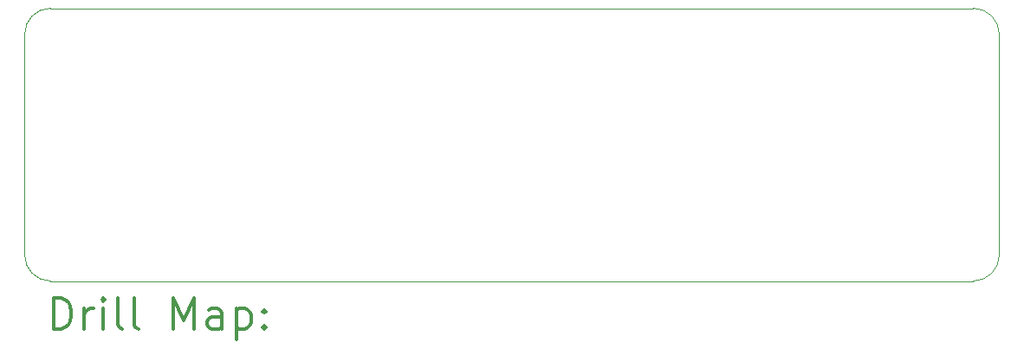
<source format=gbr>
%FSLAX45Y45*%
G04 Gerber Fmt 4.5, Leading zero omitted, Abs format (unit mm)*
G04 Created by KiCad (PCBNEW (5.1.9)-1) date 2021-10-13 12:16:13*
%MOMM*%
%LPD*%
G01*
G04 APERTURE LIST*
%TA.AperFunction,Profile*%
%ADD10C,0.050000*%
%TD*%
%ADD11C,0.200000*%
%ADD12C,0.300000*%
G04 APERTURE END LIST*
D10*
X6921500Y-8318500D02*
G75*
G02*
X6667500Y-8064500I0J254000D01*
G01*
X16192500Y-8064500D02*
G75*
G02*
X15938500Y-8318500I-254000J0D01*
G01*
X15938500Y-5651500D02*
G75*
G02*
X16192500Y-5905500I0J-254000D01*
G01*
X6667500Y-5905500D02*
G75*
G02*
X6921500Y-5651500I254000J0D01*
G01*
X6667500Y-8064500D02*
X6667500Y-5905500D01*
X15938500Y-8318500D02*
X6921500Y-8318500D01*
X16192500Y-5905500D02*
X16192500Y-8064500D01*
X6921500Y-5651500D02*
X15938500Y-5651500D01*
D11*
D12*
X6951428Y-8786714D02*
X6951428Y-8486714D01*
X7022857Y-8486714D01*
X7065714Y-8501000D01*
X7094286Y-8529572D01*
X7108571Y-8558143D01*
X7122857Y-8615286D01*
X7122857Y-8658143D01*
X7108571Y-8715286D01*
X7094286Y-8743857D01*
X7065714Y-8772429D01*
X7022857Y-8786714D01*
X6951428Y-8786714D01*
X7251428Y-8786714D02*
X7251428Y-8586714D01*
X7251428Y-8643857D02*
X7265714Y-8615286D01*
X7280000Y-8601000D01*
X7308571Y-8586714D01*
X7337143Y-8586714D01*
X7437143Y-8786714D02*
X7437143Y-8586714D01*
X7437143Y-8486714D02*
X7422857Y-8501000D01*
X7437143Y-8515286D01*
X7451428Y-8501000D01*
X7437143Y-8486714D01*
X7437143Y-8515286D01*
X7622857Y-8786714D02*
X7594286Y-8772429D01*
X7580000Y-8743857D01*
X7580000Y-8486714D01*
X7780000Y-8786714D02*
X7751428Y-8772429D01*
X7737143Y-8743857D01*
X7737143Y-8486714D01*
X8122857Y-8786714D02*
X8122857Y-8486714D01*
X8222857Y-8701000D01*
X8322857Y-8486714D01*
X8322857Y-8786714D01*
X8594286Y-8786714D02*
X8594286Y-8629572D01*
X8580000Y-8601000D01*
X8551428Y-8586714D01*
X8494286Y-8586714D01*
X8465714Y-8601000D01*
X8594286Y-8772429D02*
X8565714Y-8786714D01*
X8494286Y-8786714D01*
X8465714Y-8772429D01*
X8451428Y-8743857D01*
X8451428Y-8715286D01*
X8465714Y-8686714D01*
X8494286Y-8672429D01*
X8565714Y-8672429D01*
X8594286Y-8658143D01*
X8737143Y-8586714D02*
X8737143Y-8886714D01*
X8737143Y-8601000D02*
X8765714Y-8586714D01*
X8822857Y-8586714D01*
X8851428Y-8601000D01*
X8865714Y-8615286D01*
X8880000Y-8643857D01*
X8880000Y-8729572D01*
X8865714Y-8758143D01*
X8851428Y-8772429D01*
X8822857Y-8786714D01*
X8765714Y-8786714D01*
X8737143Y-8772429D01*
X9008571Y-8758143D02*
X9022857Y-8772429D01*
X9008571Y-8786714D01*
X8994286Y-8772429D01*
X9008571Y-8758143D01*
X9008571Y-8786714D01*
X9008571Y-8601000D02*
X9022857Y-8615286D01*
X9008571Y-8629572D01*
X8994286Y-8615286D01*
X9008571Y-8601000D01*
X9008571Y-8629572D01*
M02*

</source>
